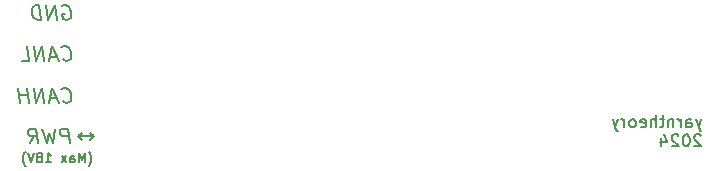
<source format=gbr>
%TF.GenerationSoftware,KiCad,Pcbnew,7.0.5-0*%
%TF.CreationDate,2024-02-18T02:25:47-06:00*%
%TF.ProjectId,STM32_BluePill,53544d33-325f-4426-9c75-6550696c6c2e,1*%
%TF.SameCoordinates,Original*%
%TF.FileFunction,Legend,Bot*%
%TF.FilePolarity,Positive*%
%FSLAX46Y46*%
G04 Gerber Fmt 4.6, Leading zero omitted, Abs format (unit mm)*
G04 Created by KiCad (PCBNEW 7.0.5-0) date 2024-02-18 02:25:47*
%MOMM*%
%LPD*%
G01*
G04 APERTURE LIST*
%ADD10C,0.150000*%
%ADD11C,0.200000*%
G04 APERTURE END LIST*
D10*
X115898000Y-102531500D02*
X115598000Y-102831500D01*
X114598000Y-102531500D02*
X115898000Y-102531500D01*
X115898000Y-102531500D02*
X115598000Y-102231500D01*
X114598000Y-102531500D02*
X114898000Y-102231500D01*
X114598000Y-102531500D02*
X114898000Y-102831500D01*
D11*
X113876243Y-103128123D02*
X113719993Y-101878123D01*
X113719993Y-101878123D02*
X113243802Y-101878123D01*
X113243802Y-101878123D02*
X113132195Y-101937647D01*
X113132195Y-101937647D02*
X113080112Y-101997171D01*
X113080112Y-101997171D02*
X113035469Y-102116219D01*
X113035469Y-102116219D02*
X113057791Y-102294790D01*
X113057791Y-102294790D02*
X113132195Y-102413838D01*
X113132195Y-102413838D02*
X113199160Y-102473361D01*
X113199160Y-102473361D02*
X113325648Y-102532885D01*
X113325648Y-102532885D02*
X113801838Y-102532885D01*
X112589041Y-101878123D02*
X112447672Y-103128123D01*
X112447672Y-103128123D02*
X112097969Y-102235266D01*
X112097969Y-102235266D02*
X111971481Y-103128123D01*
X111971481Y-103128123D02*
X111517612Y-101878123D01*
X110483386Y-103128123D02*
X110825648Y-102532885D01*
X111197672Y-103128123D02*
X111041422Y-101878123D01*
X111041422Y-101878123D02*
X110565231Y-101878123D01*
X110565231Y-101878123D02*
X110453624Y-101937647D01*
X110453624Y-101937647D02*
X110401541Y-101997171D01*
X110401541Y-101997171D02*
X110356898Y-102116219D01*
X110356898Y-102116219D02*
X110379220Y-102294790D01*
X110379220Y-102294790D02*
X110453624Y-102413838D01*
X110453624Y-102413838D02*
X110520589Y-102473361D01*
X110520589Y-102473361D02*
X110647077Y-102532885D01*
X110647077Y-102532885D02*
X111123267Y-102532885D01*
D10*
X167358458Y-101093152D02*
X167120363Y-101759819D01*
X166882268Y-101093152D02*
X167120363Y-101759819D01*
X167120363Y-101759819D02*
X167215601Y-101997914D01*
X167215601Y-101997914D02*
X167263220Y-102045533D01*
X167263220Y-102045533D02*
X167358458Y-102093152D01*
X166072744Y-101759819D02*
X166072744Y-101236009D01*
X166072744Y-101236009D02*
X166120363Y-101140771D01*
X166120363Y-101140771D02*
X166215601Y-101093152D01*
X166215601Y-101093152D02*
X166406077Y-101093152D01*
X166406077Y-101093152D02*
X166501315Y-101140771D01*
X166072744Y-101712200D02*
X166167982Y-101759819D01*
X166167982Y-101759819D02*
X166406077Y-101759819D01*
X166406077Y-101759819D02*
X166501315Y-101712200D01*
X166501315Y-101712200D02*
X166548934Y-101616961D01*
X166548934Y-101616961D02*
X166548934Y-101521723D01*
X166548934Y-101521723D02*
X166501315Y-101426485D01*
X166501315Y-101426485D02*
X166406077Y-101378866D01*
X166406077Y-101378866D02*
X166167982Y-101378866D01*
X166167982Y-101378866D02*
X166072744Y-101331247D01*
X165596553Y-101759819D02*
X165596553Y-101093152D01*
X165596553Y-101283628D02*
X165548934Y-101188390D01*
X165548934Y-101188390D02*
X165501315Y-101140771D01*
X165501315Y-101140771D02*
X165406077Y-101093152D01*
X165406077Y-101093152D02*
X165310839Y-101093152D01*
X164977505Y-101093152D02*
X164977505Y-101759819D01*
X164977505Y-101188390D02*
X164929886Y-101140771D01*
X164929886Y-101140771D02*
X164834648Y-101093152D01*
X164834648Y-101093152D02*
X164691791Y-101093152D01*
X164691791Y-101093152D02*
X164596553Y-101140771D01*
X164596553Y-101140771D02*
X164548934Y-101236009D01*
X164548934Y-101236009D02*
X164548934Y-101759819D01*
X164215600Y-101093152D02*
X163834648Y-101093152D01*
X164072743Y-100759819D02*
X164072743Y-101616961D01*
X164072743Y-101616961D02*
X164025124Y-101712200D01*
X164025124Y-101712200D02*
X163929886Y-101759819D01*
X163929886Y-101759819D02*
X163834648Y-101759819D01*
X163501314Y-101759819D02*
X163501314Y-100759819D01*
X163072743Y-101759819D02*
X163072743Y-101236009D01*
X163072743Y-101236009D02*
X163120362Y-101140771D01*
X163120362Y-101140771D02*
X163215600Y-101093152D01*
X163215600Y-101093152D02*
X163358457Y-101093152D01*
X163358457Y-101093152D02*
X163453695Y-101140771D01*
X163453695Y-101140771D02*
X163501314Y-101188390D01*
X162215600Y-101712200D02*
X162310838Y-101759819D01*
X162310838Y-101759819D02*
X162501314Y-101759819D01*
X162501314Y-101759819D02*
X162596552Y-101712200D01*
X162596552Y-101712200D02*
X162644171Y-101616961D01*
X162644171Y-101616961D02*
X162644171Y-101236009D01*
X162644171Y-101236009D02*
X162596552Y-101140771D01*
X162596552Y-101140771D02*
X162501314Y-101093152D01*
X162501314Y-101093152D02*
X162310838Y-101093152D01*
X162310838Y-101093152D02*
X162215600Y-101140771D01*
X162215600Y-101140771D02*
X162167981Y-101236009D01*
X162167981Y-101236009D02*
X162167981Y-101331247D01*
X162167981Y-101331247D02*
X162644171Y-101426485D01*
X161596552Y-101759819D02*
X161691790Y-101712200D01*
X161691790Y-101712200D02*
X161739409Y-101664580D01*
X161739409Y-101664580D02*
X161787028Y-101569342D01*
X161787028Y-101569342D02*
X161787028Y-101283628D01*
X161787028Y-101283628D02*
X161739409Y-101188390D01*
X161739409Y-101188390D02*
X161691790Y-101140771D01*
X161691790Y-101140771D02*
X161596552Y-101093152D01*
X161596552Y-101093152D02*
X161453695Y-101093152D01*
X161453695Y-101093152D02*
X161358457Y-101140771D01*
X161358457Y-101140771D02*
X161310838Y-101188390D01*
X161310838Y-101188390D02*
X161263219Y-101283628D01*
X161263219Y-101283628D02*
X161263219Y-101569342D01*
X161263219Y-101569342D02*
X161310838Y-101664580D01*
X161310838Y-101664580D02*
X161358457Y-101712200D01*
X161358457Y-101712200D02*
X161453695Y-101759819D01*
X161453695Y-101759819D02*
X161596552Y-101759819D01*
X160834647Y-101759819D02*
X160834647Y-101093152D01*
X160834647Y-101283628D02*
X160787028Y-101188390D01*
X160787028Y-101188390D02*
X160739409Y-101140771D01*
X160739409Y-101140771D02*
X160644171Y-101093152D01*
X160644171Y-101093152D02*
X160548933Y-101093152D01*
X160310837Y-101093152D02*
X160072742Y-101759819D01*
X159834647Y-101093152D02*
X160072742Y-101759819D01*
X160072742Y-101759819D02*
X160167980Y-101997914D01*
X160167980Y-101997914D02*
X160215599Y-102045533D01*
X160215599Y-102045533D02*
X160310837Y-102093152D01*
X167310839Y-102465057D02*
X167263220Y-102417438D01*
X167263220Y-102417438D02*
X167167982Y-102369819D01*
X167167982Y-102369819D02*
X166929887Y-102369819D01*
X166929887Y-102369819D02*
X166834649Y-102417438D01*
X166834649Y-102417438D02*
X166787030Y-102465057D01*
X166787030Y-102465057D02*
X166739411Y-102560295D01*
X166739411Y-102560295D02*
X166739411Y-102655533D01*
X166739411Y-102655533D02*
X166787030Y-102798390D01*
X166787030Y-102798390D02*
X167358458Y-103369819D01*
X167358458Y-103369819D02*
X166739411Y-103369819D01*
X166120363Y-102369819D02*
X166025125Y-102369819D01*
X166025125Y-102369819D02*
X165929887Y-102417438D01*
X165929887Y-102417438D02*
X165882268Y-102465057D01*
X165882268Y-102465057D02*
X165834649Y-102560295D01*
X165834649Y-102560295D02*
X165787030Y-102750771D01*
X165787030Y-102750771D02*
X165787030Y-102988866D01*
X165787030Y-102988866D02*
X165834649Y-103179342D01*
X165834649Y-103179342D02*
X165882268Y-103274580D01*
X165882268Y-103274580D02*
X165929887Y-103322200D01*
X165929887Y-103322200D02*
X166025125Y-103369819D01*
X166025125Y-103369819D02*
X166120363Y-103369819D01*
X166120363Y-103369819D02*
X166215601Y-103322200D01*
X166215601Y-103322200D02*
X166263220Y-103274580D01*
X166263220Y-103274580D02*
X166310839Y-103179342D01*
X166310839Y-103179342D02*
X166358458Y-102988866D01*
X166358458Y-102988866D02*
X166358458Y-102750771D01*
X166358458Y-102750771D02*
X166310839Y-102560295D01*
X166310839Y-102560295D02*
X166263220Y-102465057D01*
X166263220Y-102465057D02*
X166215601Y-102417438D01*
X166215601Y-102417438D02*
X166120363Y-102369819D01*
X165406077Y-102465057D02*
X165358458Y-102417438D01*
X165358458Y-102417438D02*
X165263220Y-102369819D01*
X165263220Y-102369819D02*
X165025125Y-102369819D01*
X165025125Y-102369819D02*
X164929887Y-102417438D01*
X164929887Y-102417438D02*
X164882268Y-102465057D01*
X164882268Y-102465057D02*
X164834649Y-102560295D01*
X164834649Y-102560295D02*
X164834649Y-102655533D01*
X164834649Y-102655533D02*
X164882268Y-102798390D01*
X164882268Y-102798390D02*
X165453696Y-103369819D01*
X165453696Y-103369819D02*
X164834649Y-103369819D01*
X163977506Y-102703152D02*
X163977506Y-103369819D01*
X164215601Y-102322200D02*
X164453696Y-103036485D01*
X164453696Y-103036485D02*
X163834649Y-103036485D01*
D11*
X113297076Y-99559076D02*
X113364041Y-99618600D01*
X113364041Y-99618600D02*
X113550052Y-99678123D01*
X113550052Y-99678123D02*
X113669100Y-99678123D01*
X113669100Y-99678123D02*
X113840231Y-99618600D01*
X113840231Y-99618600D02*
X113944398Y-99499552D01*
X113944398Y-99499552D02*
X113989041Y-99380504D01*
X113989041Y-99380504D02*
X114018802Y-99142409D01*
X114018802Y-99142409D02*
X113996481Y-98963838D01*
X113996481Y-98963838D02*
X113907195Y-98725742D01*
X113907195Y-98725742D02*
X113832791Y-98606695D01*
X113832791Y-98606695D02*
X113698862Y-98487647D01*
X113698862Y-98487647D02*
X113512850Y-98428123D01*
X113512850Y-98428123D02*
X113393802Y-98428123D01*
X113393802Y-98428123D02*
X113222672Y-98487647D01*
X113222672Y-98487647D02*
X113170588Y-98547171D01*
X112791124Y-99320980D02*
X112195886Y-99320980D01*
X112954814Y-99678123D02*
X112381898Y-98428123D01*
X112381898Y-98428123D02*
X112121481Y-99678123D01*
X111704814Y-99678123D02*
X111548564Y-98428123D01*
X111548564Y-98428123D02*
X110990528Y-99678123D01*
X110990528Y-99678123D02*
X110834278Y-98428123D01*
X110395290Y-99678123D02*
X110239040Y-98428123D01*
X110313445Y-99023361D02*
X109599159Y-99023361D01*
X109681004Y-99678123D02*
X109524754Y-98428123D01*
X113297076Y-96009076D02*
X113364041Y-96068600D01*
X113364041Y-96068600D02*
X113550052Y-96128123D01*
X113550052Y-96128123D02*
X113669100Y-96128123D01*
X113669100Y-96128123D02*
X113840231Y-96068600D01*
X113840231Y-96068600D02*
X113944398Y-95949552D01*
X113944398Y-95949552D02*
X113989041Y-95830504D01*
X113989041Y-95830504D02*
X114018802Y-95592409D01*
X114018802Y-95592409D02*
X113996481Y-95413838D01*
X113996481Y-95413838D02*
X113907195Y-95175742D01*
X113907195Y-95175742D02*
X113832791Y-95056695D01*
X113832791Y-95056695D02*
X113698862Y-94937647D01*
X113698862Y-94937647D02*
X113512850Y-94878123D01*
X113512850Y-94878123D02*
X113393802Y-94878123D01*
X113393802Y-94878123D02*
X113222672Y-94937647D01*
X113222672Y-94937647D02*
X113170588Y-94997171D01*
X112791124Y-95770980D02*
X112195886Y-95770980D01*
X112954814Y-96128123D02*
X112381898Y-94878123D01*
X112381898Y-94878123D02*
X112121481Y-96128123D01*
X111704814Y-96128123D02*
X111548564Y-94878123D01*
X111548564Y-94878123D02*
X110990528Y-96128123D01*
X110990528Y-96128123D02*
X110834278Y-94878123D01*
X109800052Y-96128123D02*
X110395290Y-96128123D01*
X110395290Y-96128123D02*
X110239040Y-94878123D01*
D10*
X115470268Y-105040557D02*
X115508363Y-105002461D01*
X115508363Y-105002461D02*
X115584554Y-104888176D01*
X115584554Y-104888176D02*
X115622649Y-104811985D01*
X115622649Y-104811985D02*
X115660744Y-104697700D01*
X115660744Y-104697700D02*
X115698839Y-104507223D01*
X115698839Y-104507223D02*
X115698839Y-104354842D01*
X115698839Y-104354842D02*
X115660744Y-104164366D01*
X115660744Y-104164366D02*
X115622649Y-104050080D01*
X115622649Y-104050080D02*
X115584554Y-103973890D01*
X115584554Y-103973890D02*
X115508363Y-103859604D01*
X115508363Y-103859604D02*
X115470268Y-103821509D01*
X115165506Y-104735795D02*
X115165506Y-103935795D01*
X115165506Y-103935795D02*
X114898840Y-104507223D01*
X114898840Y-104507223D02*
X114632173Y-103935795D01*
X114632173Y-103935795D02*
X114632173Y-104735795D01*
X113908363Y-104735795D02*
X113908363Y-104316747D01*
X113908363Y-104316747D02*
X113946458Y-104240557D01*
X113946458Y-104240557D02*
X114022649Y-104202461D01*
X114022649Y-104202461D02*
X114175030Y-104202461D01*
X114175030Y-104202461D02*
X114251220Y-104240557D01*
X113908363Y-104697700D02*
X113984554Y-104735795D01*
X113984554Y-104735795D02*
X114175030Y-104735795D01*
X114175030Y-104735795D02*
X114251220Y-104697700D01*
X114251220Y-104697700D02*
X114289316Y-104621509D01*
X114289316Y-104621509D02*
X114289316Y-104545319D01*
X114289316Y-104545319D02*
X114251220Y-104469128D01*
X114251220Y-104469128D02*
X114175030Y-104431033D01*
X114175030Y-104431033D02*
X113984554Y-104431033D01*
X113984554Y-104431033D02*
X113908363Y-104392938D01*
X113603601Y-104735795D02*
X113184553Y-104202461D01*
X113603601Y-104202461D02*
X113184553Y-104735795D01*
X111851220Y-104735795D02*
X112308363Y-104735795D01*
X112079791Y-104735795D02*
X112079791Y-103935795D01*
X112079791Y-103935795D02*
X112155982Y-104050080D01*
X112155982Y-104050080D02*
X112232172Y-104126271D01*
X112232172Y-104126271D02*
X112308363Y-104164366D01*
X111394077Y-104278652D02*
X111470267Y-104240557D01*
X111470267Y-104240557D02*
X111508362Y-104202461D01*
X111508362Y-104202461D02*
X111546458Y-104126271D01*
X111546458Y-104126271D02*
X111546458Y-104088176D01*
X111546458Y-104088176D02*
X111508362Y-104011985D01*
X111508362Y-104011985D02*
X111470267Y-103973890D01*
X111470267Y-103973890D02*
X111394077Y-103935795D01*
X111394077Y-103935795D02*
X111241696Y-103935795D01*
X111241696Y-103935795D02*
X111165505Y-103973890D01*
X111165505Y-103973890D02*
X111127410Y-104011985D01*
X111127410Y-104011985D02*
X111089315Y-104088176D01*
X111089315Y-104088176D02*
X111089315Y-104126271D01*
X111089315Y-104126271D02*
X111127410Y-104202461D01*
X111127410Y-104202461D02*
X111165505Y-104240557D01*
X111165505Y-104240557D02*
X111241696Y-104278652D01*
X111241696Y-104278652D02*
X111394077Y-104278652D01*
X111394077Y-104278652D02*
X111470267Y-104316747D01*
X111470267Y-104316747D02*
X111508362Y-104354842D01*
X111508362Y-104354842D02*
X111546458Y-104431033D01*
X111546458Y-104431033D02*
X111546458Y-104583414D01*
X111546458Y-104583414D02*
X111508362Y-104659604D01*
X111508362Y-104659604D02*
X111470267Y-104697700D01*
X111470267Y-104697700D02*
X111394077Y-104735795D01*
X111394077Y-104735795D02*
X111241696Y-104735795D01*
X111241696Y-104735795D02*
X111165505Y-104697700D01*
X111165505Y-104697700D02*
X111127410Y-104659604D01*
X111127410Y-104659604D02*
X111089315Y-104583414D01*
X111089315Y-104583414D02*
X111089315Y-104431033D01*
X111089315Y-104431033D02*
X111127410Y-104354842D01*
X111127410Y-104354842D02*
X111165505Y-104316747D01*
X111165505Y-104316747D02*
X111241696Y-104278652D01*
X110860743Y-103935795D02*
X110594076Y-104735795D01*
X110594076Y-104735795D02*
X110327410Y-103935795D01*
X110136934Y-105040557D02*
X110098839Y-105002461D01*
X110098839Y-105002461D02*
X110022648Y-104888176D01*
X110022648Y-104888176D02*
X109984553Y-104811985D01*
X109984553Y-104811985D02*
X109946458Y-104697700D01*
X109946458Y-104697700D02*
X109908362Y-104507223D01*
X109908362Y-104507223D02*
X109908362Y-104354842D01*
X109908362Y-104354842D02*
X109946458Y-104164366D01*
X109946458Y-104164366D02*
X109984553Y-104050080D01*
X109984553Y-104050080D02*
X110022648Y-103973890D01*
X110022648Y-103973890D02*
X110098839Y-103859604D01*
X110098839Y-103859604D02*
X110136934Y-103821509D01*
D11*
X113222672Y-91487647D02*
X113334279Y-91428123D01*
X113334279Y-91428123D02*
X113512850Y-91428123D01*
X113512850Y-91428123D02*
X113698862Y-91487647D01*
X113698862Y-91487647D02*
X113832791Y-91606695D01*
X113832791Y-91606695D02*
X113907195Y-91725742D01*
X113907195Y-91725742D02*
X113996481Y-91963838D01*
X113996481Y-91963838D02*
X114018802Y-92142409D01*
X114018802Y-92142409D02*
X113989041Y-92380504D01*
X113989041Y-92380504D02*
X113944398Y-92499552D01*
X113944398Y-92499552D02*
X113840231Y-92618600D01*
X113840231Y-92618600D02*
X113669100Y-92678123D01*
X113669100Y-92678123D02*
X113550052Y-92678123D01*
X113550052Y-92678123D02*
X113364041Y-92618600D01*
X113364041Y-92618600D02*
X113297076Y-92559076D01*
X113297076Y-92559076D02*
X113244993Y-92142409D01*
X113244993Y-92142409D02*
X113483088Y-92142409D01*
X112776243Y-92678123D02*
X112619993Y-91428123D01*
X112619993Y-91428123D02*
X112061957Y-92678123D01*
X112061957Y-92678123D02*
X111905707Y-91428123D01*
X111466719Y-92678123D02*
X111310469Y-91428123D01*
X111310469Y-91428123D02*
X111012850Y-91428123D01*
X111012850Y-91428123D02*
X110841719Y-91487647D01*
X110841719Y-91487647D02*
X110737552Y-91606695D01*
X110737552Y-91606695D02*
X110692909Y-91725742D01*
X110692909Y-91725742D02*
X110663148Y-91963838D01*
X110663148Y-91963838D02*
X110685469Y-92142409D01*
X110685469Y-92142409D02*
X110774755Y-92380504D01*
X110774755Y-92380504D02*
X110849159Y-92499552D01*
X110849159Y-92499552D02*
X110983088Y-92618600D01*
X110983088Y-92618600D02*
X111169100Y-92678123D01*
X111169100Y-92678123D02*
X111466719Y-92678123D01*
M02*

</source>
